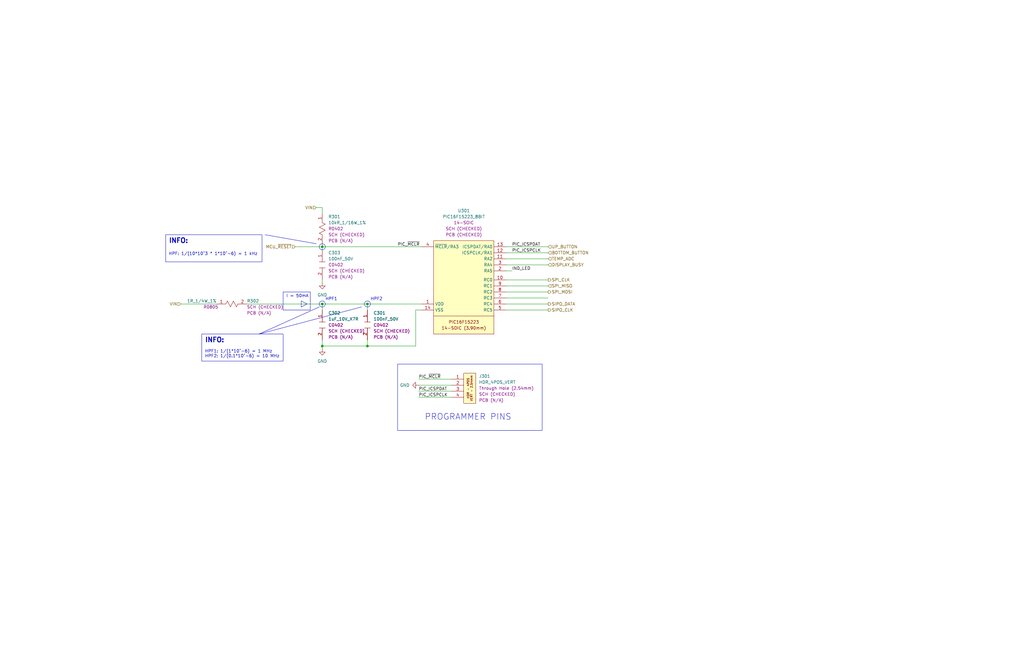
<source format=kicad_sch>
(kicad_sch (version 20230121) (generator eeschema)
  (paper "B")
  (title_block (title "_HW_EPaper") (rev "v1.0") (company "Mend0z0") (comment 1 "v1.0") (comment 2 "DRAFT"))
  (lib_symbols
    (symbol "_SCHLIB_EPen:CAP_100nF_50V_X7R_C0402"
      (property "Reference" "C" (at 2.54 3.81 0))
      (property "Value" "100nF_50V" (at 2.54 6.35 0))
      (property "Package" "C0402" (at 2.54 21.59 0))
      (property "SCH CHECK" "SCH (CHECKED)" (at 2.54 24.13 0))
      (property "PCB CHECK" "PCB (N/A)" (at 2.54 26.67 0))
      (symbol "CAP_100nF_50V_X7R_C0402_0_1"
        (polyline (pts (xy 5.08 1.27) (xy 5.08 -1.27)))
        (polyline (pts (xy 7.62 1.27) (xy 7.62 -1.27)))
      )
      (symbol "CAP_100nF_50V_X7R_C0402_1_1"
        (pin passive line (at 0 0 0) (length 5.08) (name "") (number "1"))
        (pin passive line (at 12.7 0 180) (length 5.08) (name "") (number "2"))
      )
    )
    (symbol "_SCHLIB_EPen:CAP_1uF_10V_X7R_C0402"
      (property "Reference" "C" (at 2.54 3.81 0))
      (property "Value" "1uF_10V_X7R" (at 2.54 6.35 0))
      (property "Package" "C0402" (at 2.54 21.59 0))
      (property "SCH CHECK" "SCH (CHECKED)" (at 2.54 24.13 0))
      (property "PCB CHECK" "PCB (N/A)" (at 2.54 26.67 0))
      (symbol "CAP_1uF_10V_X7R_C0402_0_1"
        (polyline (pts (xy 5.08 1.27) (xy 5.08 -1.27)))
        (polyline (pts (xy 7.62 1.27) (xy 7.62 -1.27)))
      )
      (symbol "CAP_1uF_10V_X7R_C0402_1_1"
        (pin passive line (at 0 0 0) (length 5.08) (name "") (number "1"))
        (pin passive line (at 12.7 0 180) (length 5.08) (name "") (number "2"))
      )
    )
    (symbol "_SCHLIB_EPen:CONN_HEADER_4POS_1ROW_VERT_2.54mm"
      (property "Reference" "J" (at 2.54 3.81 0))
      (property "Value" "HDR_4POS_VERT" (at 2.54 6.35 0))
      (property "Package" "Through Hole (2.54mm)" (at 2.54 21.59 0))
      (property "SCH CHECK" "SCH (CHECKED)" (at 2.54 24.13 0))
      (property "PCB CHECK" "PCB (N/A)" (at 2.54 26.67 0))
      (symbol "CONN_HEADER_4POS_1ROW_VERT_2.54mm_1_1"
        (rectangle (start 0 0) (end 5.08 -12.7) (fill (type background)))
        (text "HDR - 4POS\nVERT - 2.54mm" (at 2.54 -6.35 900) (effects (font (size 0.889 0.889))))
        (pin passive line (at -5.08 -2.54 0) (length 5.08) (name "") (number "1"))
        (pin passive line (at -5.08 -5.08 0) (length 5.08) (name "") (number "2"))
        (pin passive line (at -5.08 -7.62 0) (length 5.08) (name "") (number "3"))
        (pin passive line (at -5.08 -10.16 0) (length 5.08) (name "") (number "4"))
      )
    )
    (symbol "_SCHLIB_EPen:MCU_PIC16F15223-E/SL_8BIT_14-SOIC"
      (property "Reference" "U" (at 2.54 2.54 0))
      (property "Value" "PIC16F15223_8BIT" (at 2.54 5.08 0))
      (property "Package" "14-SOIC" (at 2.54 20.32 0))
      (property "SCH CHECK" "SCH (CHECKED)" (at 2.54 22.86 0))
      (property "PCB CHECK" "PCB (CHECKED)" (at 2.54 25.4 0))
      (symbol "MCU_PIC16F15223-E/SL_8BIT_14-SOIC_0_0"
        (text "14-SOIC (3.90mm)" (at 12.7 -36.83 0) (effects (font (size 1.27 1.27))))
        (text "PIC16F15223" (at 12.7 -34.29 0) (effects (font (size 1.27 1.27))))
      )
      (symbol "MCU_PIC16F15223-E/SL_8BIT_14-SOIC_0_1"
        (polyline (pts (xy 0 -31.75) (xy 25.4 -31.75)))
        (rectangle (start 0 0) (end 25.4 -39.37) (fill (type background)))
      )
      (symbol "MCU_PIC16F15223-E/SL_8BIT_14-SOIC_1_1"
        (pin passive line (at -5.08 -26.67 0) (length 5.08) (name "VDD") (number "1"))
        (pin passive line (at 30.48 -16.51 180) (length 5.08) (name "RC0") (number "10"))
        (pin passive line (at 30.48 -7.62 180) (length 5.08) (name "RA2") (number "11"))
        (pin passive line (at 30.48 -5.08 180) (length 5.08) (name "ICSPCLK/RA1") (number "12"))
        (pin passive line (at 30.48 -2.54 180) (length 5.08) (name "ICSPDAT/RA0") (number "13"))
        (pin passive line (at -5.08 -29.21 0) (length 5.08) (name "VSS") (number "14"))
        (pin passive line (at 30.48 -12.7 180) (length 5.08) (name "RA5") (number "2"))
        (pin passive line (at 30.48 -10.16 180) (length 5.08) (name "RA4") (number "3"))
        (pin passive line (at -5.08 -2.54 0) (length 5.08) (name "~{MCLR}/RA3") (number "4"))
        (pin passive line (at 30.48 -29.21 180) (length 5.08) (name "RC5") (number "5"))
        (pin passive line (at 30.48 -26.67 180) (length 5.08) (name "RC4") (number "6"))
        (pin passive line (at 30.48 -24.13 180) (length 5.08) (name "RC3") (number "7"))
        (pin passive line (at 30.48 -21.59 180) (length 5.08) (name "RC2") (number "8"))
        (pin passive line (at 30.48 -19.05 180) (length 5.08) (name "RC1") (number "9"))
      )
    )
    (symbol "_SCHLIB_EPen:RES_10kR_1/16W_1%_R0402"
      (property "Reference" "R" (at 2.54 3.81 0))
      (property "Value" "10kR_1/16W_1%" (at 2.54 6.35 0))
      (property "Package" "R0402" (at 2.54 21.59 0))
      (property "SCH CHECK" "SCH (CHECKED)" (at 2.54 24.13 0))
      (property "PCB CHECK" "PCB (N/A)" (at 2.54 26.67 0))
      (symbol "RES_10kR_1/16W_1%_R0402_0_1"
        (polyline (pts (xy 3.81 0) (xy 4.445 1.27) (xy 5.715 -1.27) (xy 6.985 1.27) (xy 8.255 -1.27) (xy 8.89 0)))
      )
      (symbol "RES_10kR_1/16W_1%_R0402_1_1"
        (pin passive line (at 0 0 0) (length 3.81) (name "") (number "1"))
        (pin passive line (at 12.7 0 180) (length 3.81) (name "") (number "2"))
      )
    )
    (symbol "_SCHLIB_EPen:RES_1R_1/4W_1%_R0805"
      (property "Reference" "R" (at 2.54 3.81 0))
      (property "Value" "1R_1/4W_1%" (at 2.54 6.35 0))
      (property "Package" "R0805" (at 2.54 21.59 0))
      (property "SCH CHECK" "SCH (CHECKED)" (at 2.54 24.13 0))
      (property "PCB CHECK" "PCB (N/A)" (at 2.54 26.67 0))
      (symbol "RES_1R_1/4W_1%_R0805_0_1"
        (polyline (pts (xy 3.81 0) (xy 4.445 1.27) (xy 5.715 -1.27) (xy 6.985 1.27) (xy 8.255 -1.27) (xy 8.89 0)))
      )
      (symbol "RES_1R_1/4W_1%_R0805_1_1"
        (pin passive line (at 0 0 0) (length 3.81) (name "") (number "1"))
        (pin passive line (at 12.7 0 180) (length 3.81) (name "") (number "2"))
      )
    )
    (symbol "power:GND" (power) (pin_names (offset 0))
      (property "Value" "GND" (at 0 -3.81 0))
      (symbol "GND_0_1"
        (polyline (pts (xy 0 0) (xy 0 -1.27) (xy 1.27 -1.27) (xy 0 -2.54) (xy -1.27 -1.27) (xy 0 -1.27)))
      )
      (symbol "GND_1_1"
        (pin power_in line (at 0 0 270) (length 0) hide (name "GND") (number "1"))
      )
    )
  )
  (junction (at 135.89 128.27))
  (junction (at 154.94 146.05))
  (junction (at 154.94 128.27))
  (junction (at 135.89 146.05))
  (junction (at 135.89 104.14))
  (wire (pts (xy 135.89 118.11) (xy 135.89 119.38)))
  (wire (pts (xy 154.94 128.27) (xy 154.94 130.81)))
  (wire (pts (xy 135.89 87.63) (xy 135.89 90.17)))
  (wire (pts (xy 124.46 104.14) (xy 135.89 104.14)))
  (polyline (pts (xy 130.81 123.19) (xy 130.81 130.81)))
  (wire (pts (xy 175.26 146.05) (xy 154.94 146.05)))
  (wire (pts (xy 135.89 146.05) (xy 154.94 146.05)))
  (wire (pts (xy 135.89 143.51) (xy 135.89 146.05)))
  (wire (pts (xy 135.89 102.87) (xy 135.89 104.14)))
  (wire (pts (xy 176.53 165.1) (xy 190.5 165.1)))
  (polyline (pts (xy 127 127) (xy 129.54 128.27)))
  (wire (pts (xy 231.14 123.19) (xy 213.36 123.19)))
  (polyline (pts (xy 119.38 123.19) (xy 130.81 123.19)))
  (wire (pts (xy 135.89 104.14) (xy 135.89 105.41)))
  (wire (pts (xy 190.5 160.02) (xy 176.53 160.02)))
  (wire (pts (xy 135.89 146.05) (xy 135.89 147.32)))
  (wire (pts (xy 213.36 106.68) (xy 231.14 106.68)))
  (wire (pts (xy 213.36 114.3) (xy 215.9 114.3)))
  (wire (pts (xy 104.14 128.27) (xy 135.89 128.27)))
  (wire (pts (xy 176.53 167.64) (xy 190.5 167.64)))
  (wire (pts (xy 231.14 118.11) (xy 213.36 118.11)))
  (wire (pts (xy 135.89 130.81) (xy 135.89 128.27)))
  (polyline (pts (xy 127 127) (xy 127 129.54)))
  (wire (pts (xy 213.36 111.76) (xy 231.14 111.76)))
  (wire (pts (xy 175.26 130.81) (xy 175.26 146.05)))
  (wire (pts (xy 231.14 125.73) (xy 213.36 125.73)))
  (wire (pts (xy 133.35 87.63) (xy 135.89 87.63)))
  (polyline (pts (xy 111.76 99.06) (xy 133.35 102.87)))
  (wire (pts (xy 135.89 128.27) (xy 154.94 128.27)))
  (wire (pts (xy 231.14 130.81) (xy 213.36 130.81)))
  (polyline (pts (xy 109.22 140.97) (xy 152.4 129.54)))
  (wire (pts (xy 213.36 120.65) (xy 231.14 120.65)))
  (wire (pts (xy 231.14 109.22) (xy 213.36 109.22)))
  (polyline (pts (xy 119.38 123.19) (xy 119.38 130.81)))
  (wire (pts (xy 76.2 128.27) (xy 91.44 128.27)))
  (wire (pts (xy 177.8 130.81) (xy 175.26 130.81)))
  (wire (pts (xy 177.8 104.14) (xy 135.89 104.14)))
  (polyline (pts (xy 109.22 140.97) (xy 134.62 129.54)))
  (wire (pts (xy 176.53 162.56) (xy 190.5 162.56)))
  (polyline (pts (xy 127 129.54) (xy 129.54 128.27)))
  (wire (pts (xy 177.8 128.27) (xy 154.94 128.27)))
  (wire (pts (xy 231.14 128.27) (xy 213.36 128.27)))
  (polyline (pts (xy 130.81 130.81) (xy 119.38 130.81)))
  (wire (pts (xy 154.94 146.05) (xy 154.94 143.51)))
  (wire (pts (xy 213.36 104.14) (xy 231.14 104.14)))
  (rectangle (start 69.85 99.06) (end 110.49 110.49))
  (circle (center 135.89 128.27) (radius 1.27))
  (rectangle (start 85.09 140.97) (end 119.38 152.4))
  (circle (center 154.94 128.27) (radius 1.27))
  (circle (center 135.89 104.14) (radius 1.27))
  (rectangle (start 167.64 153.67) (end 228.6 181.61))
  (text "HPF1" (at 137.16 127 0) (effects (font (size 1.27 1.27)) (justify left bottom)))
  (text "INFO:" (at 86.36 144.78 0) (effects (font (size 2 2) (thickness 0.4) bold) (justify left bottom)))
  (text "HPF: 1/(10*10^3 * 1*10^-6) = 1 kHz" (at 71.12 107.95 0) (effects (font (size 1.27 1.27)) (justify left bottom)))
  (text "I = 50mA" (at 120.65 125.73 0) (effects (font (size 1.27 1.27)) (justify left bottom)))
  (text "INFO:" (at 71.12 102.87 0) (effects (font (size 2 2) (thickness 0.4) bold) (justify left bottom)))
  (text "HPF1: 1/(1*10^-6) = 1 MHz\nHPF2: 1/(0.1*10^-6) = 10 MHz" (at 86.36 151.13 0) (effects (font (size 1.27 1.27)) (justify left bottom)))
  (text "HPF2" (at 156.21 127 0) (effects (font (size 1.27 1.27)) (justify left bottom)))
  (text "PROGRAMMER PINS\n\n" (at 179.07 181.61 0) (effects (font (size 2.54 2.54)) (justify left bottom)))
  (label "PIC_ICSPDAT" (at 176.53 165.1 0))
  (label "IND_LED" (at 215.9 114.3 0))
  (label "PIC_ICSPCLK" (at 176.53 167.64 0))
  (label "PIC_~{MCLR}" (at 176.53 160.02 0))
  (label "PIC_ICSPDAT" (at 215.9 104.14 0))
  (label "PIC_~{MCLR}" (at 167.64 104.14 0))
  (label "PIC_ICSPCLK" (at 215.9 106.68 0))
  (hierarchical_label "SPI_CLK" (shape output) (at 231.14 118.11 0))
  (hierarchical_label "SIPO_CLK" (shape output) (at 231.14 130.81 0))
  (hierarchical_label "UP_BUTTON" (shape input) (at 231.14 104.14 0))
  (hierarchical_label "TEMP_ADC" (shape input) (at 231.14 109.22 0))
  (hierarchical_label "SPI_MISO" (shape input) (at 231.14 120.65 0))
  (hierarchical_label "BOTTOM_BUTTON" (shape input) (at 231.14 106.68 0))
  (hierarchical_label "MCU_~{RESET}" (shape input) (at 124.46 104.14 180))
  (hierarchical_label "DISPLAY_BUSY" (shape input) (at 231.14 111.76 0))
  (hierarchical_label "SIPO_DATA" (shape output) (at 231.14 128.27 0))
  (hierarchical_label "SPI_MOSI" (shape output) (at 231.14 123.19 0))
  (hierarchical_label "VIN" (shape input) (at 76.2 128.27 180))
  (hierarchical_label "VIN" (shape input) (at 133.35 87.63 180))
  (symbol (lib_id "_SCHLIB_EPen:MCU_PIC16F15223-E/SL_8BIT_14-SOIC") (at 182.88 101.6 0) (unit 1)
    (property "Reference" "U301" (at 195.58 88.9 0))
    (property "Value" "PIC16F15223_8BIT" (at 195.58 91.44 0))
    (property "Footprint" "Package_SO:SO-14_3.9x8.65mm_P1.27mm" (effects hide))
    (property "Datasheet" "https://ww1.microchip.com/downloads/en/DeviceDoc/PIC16F15213-14-23-24-43-44-Data-Sheet-40002195D.pdf" (effects hide))
    (property "Description" "PIC PIC® 16F, Functional Safety (FuSa) Microcontroller IC 8-Bit 32MHz 3.5KB (2K x 14) FLASH 14-SOIC" (effects hide))
    (property "Part Number" "PIC16F15223-E/SL" (effects hide))
    (property "Link" "https://www.digikey.ca/en/products/detail/microchip-technology/PIC16F15223-E-SL/12807315" (effects hide))
    (property "Package" "14-SOIC" (at 195.58 93.98 0))
    (property "SCH CHECK" "SCH (CHECKED)" (at 195.58 96.52 0))
    (property "PCB CHECK" "PCB (CHECKED)" (at 195.58 99.06 0))
  )
  (symbol (lib_id "_SCHLIB_EPen:CAP_1uF_10V_X7R_C0402") (at 135.89 130.81 270) (unit 1)
    (property "Reference" "C302" (at 138.43 132.08 90) (effects (justify left)))
    (property "Value" "1uF_10V_X7R" (at 138.43 134.62 90) (effects (justify left)))
    (property "Footprint" "Capacitor_SMD:C_0402_1005Metric" (effects hide))
    (property "Datasheet" "https://search.murata.co.jp/Ceramy/image/img/A01X/G101/ENG/GRM155Z71A105KE01-01.pdf" (effects hide))
    (property "Description" "1 µF ±10% 10V Ceramic Capacitor X7R 0402 (1005 Metric)" (effects hide))
    (property "Part Number" "GRM155Z71A105KE01D" (effects hide))
    (property "Link" "https://www.digikey.ca/en/products/detail/murata-electronics/GRM155Z71A105KE01D/13905035" (effects hide))
    (property "Package" "C0402" (at 138.43 137.16 90) (effects (justify left)))
    (property "SCH CHECK" "SCH (CHECKED)" (at 138.43 139.7 90) (effects (justify left)))
    (property "PCB CHECK" "PCB (N/A)" (at 138.43 142.24 90) (effects (justify left)))
  )
  (symbol (lib_id "_SCHLIB_EPen:CAP_100nF_50V_X7R_C0402") (at 154.94 130.81 270) (unit 1)
    (property "Reference" "C301" (at 157.48 132.08 90) (effects (justify left)))
    (property "Value" "100nF_50V" (at 157.48 134.62 90) (effects (justify left)))
    (property "Footprint" "Capacitor_SMD:C_0402_1005Metric" (effects hide))
    (property "Datasheet" "https://search.murata.co.jp/Ceramy/image/img/A01X/G101/ENG/GRM155R71H104KE14-01.pdf" (effects hide))
    (property "Description" "0.1 µF ±10% 50V Ceramic Capacitor X7R 0402 (1005 Metric)" (effects hide))
    (property "Part Number" "GRM155R71H104KE14J" (effects hide))
    (property "Link" "https://www.digikey.ca/en/products/detail/murata-electronics/GRM155R71H104KE14J/4905180" (effects hide))
    (property "Package" "C0402" (at 157.48 137.16 90) (effects (justify left)))
    (property "SCH CHECK" "SCH (CHECKED)" (at 157.48 139.7 90) (effects (justify left)))
    (property "PCB CHECK" "PCB (N/A)" (at 157.48 142.24 90) (effects (justify left)))
    (instances (project "[03] - MCU" (path "" (reference "C301") (unit 1))) (project "_HW_EPen" (path "" (reference "C301") (unit 1))) (project "_HW_EPaper" (path "" (reference "C303") (unit 1))))
  )
  (symbol (lib_id "_SCHLIB_EPen:RES_1R_1/4W_1%_R0805") (at 91.44 128.27 0) (unit 1)
    (property "Reference" "R302" (at 106.68 127 0))
    (property "Value" "1R_1/4W_1%" (at 85.09 127 0))
    (property "Footprint" "Resistor_SMD:R_0805_2012Metric" (effects hide))
    (property "Datasheet" "https://www.seielect.com/catalog/sei-rncp.pdf" (effects hide))
    (property "Description" "1 Ohms ±1% 0.25W, 1/4W Chip Resistor 0805 (2012 Metric) Anti-Sulfur Thin Film" (effects hide))
    (property "Part Number" "RNCP0805FTD1R00" (effects hide))
    (property "Link" "https://www.digikey.ca/en/products/detail/stackpole-electronics-inc/RNCP0805FTD1R00/2240195" (effects hide))
    (property "Package" "R0805" (at 88.9 129.54 0))
    (property "SCH CHECK" "SCH (CHECKED)" (at 111.76 129.54 0))
    (property "PCB CHECK" "PCB (N/A)" (at 109.22 132.08 0))
    (instances (project "[03] - MCU" (path "" (reference "R302") (unit 1))) (project "_HW_EPen" (path "" (reference "R302") (unit 1))) (project "_HW_EPaper" (path "" (reference "R304") (unit 1))))
  )
  (symbol (lib_id "power:GND") (at 176.53 162.56 270) (unit 1)
    (property "Reference" "#PWR0304" (effects hide))
    (property "Value" "GND" (at 172.72 162.56 90) (effects (justify right)))
  )
  (symbol (lib_id "_SCHLIB_EPen:CONN_HEADER_4POS_1ROW_VERT_2.54mm") (at 195.58 157.48 0) (unit 1)
    (property "Reference" "J301" (at 201.93 158.75 0) (effects (justify left)))
    (property "Value" "HDR_4POS_VERT" (at 201.93 161.29 0) (effects (justify left)))
    (property "Footprint" "Connector_PinHeader_2.54mm:PinHeader_1x04_P2.54mm_Vertical" (effects hide))
    (property "Datasheet" "https://app.adam-tech.com/products/download/data_sheet/201605/ph1-xx-ua-data-sheet.pdf" (effects hide))
    (property "Description" "Connector Header Through Hole 4 position 0.100\" (2.54mm)" (effects hide))
    (property "Part Number" "PH1-04-UA" (effects hide))
    (property "Link" "https://www.digikey.ca/en/products/detail/adam-tech/PH1-04-UA/9829296" (effects hide))
    (property "Package" "Through Hole (2.54mm)" (at 201.93 163.83 0) (effects (justify left)))
    (property "SCH CHECK" "SCH (CHECKED)" (at 201.93 166.37 0) (effects (justify left)))
    (property "PCB CHECK" "PCB (N/A)" (at 201.93 168.91 0) (effects (justify left)))
  )
  (symbol (lib_id "power:GND") (at 135.89 119.38 0) (unit 1)
    (property "Reference" "#PWR0301" (effects hide))
    (property "Value" "GND" (at 135.89 124.46 0))
  )
  (symbol (lib_id "_SCHLIB_EPen:CAP_100nF_50V_X7R_C0402") (at 135.89 105.41 270) (unit 1)
    (property "Reference" "C303" (at 138.43 106.68 90) (effects (justify left)))
    (property "Value" "100nF_50V" (at 138.43 109.22 90) (effects (justify left)))
    (property "Footprint" "Capacitor_SMD:C_0402_1005Metric" (effects hide))
    (property "Datasheet" "https://search.murata.co.jp/Ceramy/image/img/A01X/G101/ENG/GRM155R71H104KE14-01.pdf" (effects hide))
    (property "Description" "0.1 µF ±10% 50V Ceramic Capacitor X7R 0402 (1005 Metric)" (effects hide))
    (property "Part Number" "GRM155R71H104KE14J" (effects hide))
    (property "Link" "https://www.digikey.ca/en/products/detail/murata-electronics/GRM155R71H104KE14J/4905180" (effects hide))
    (property "Package" "C0402" (at 138.43 111.76 90) (effects (justify left)))
    (property "SCH CHECK" "SCH (CHECKED)" (at 138.43 114.3 90) (effects (justify left)))
    (property "PCB CHECK" "PCB (N/A)" (at 138.43 116.84 90) (effects (justify left)))
    (instances (project "[03] - MCU" (path "" (reference "C303") (unit 1))) (project "_HW_EPen" (path "" (reference "C303") (unit 1))) (project "_HW_EPaper" (path "" (reference "C301") (unit 1))))
  )
  (symbol (lib_id "power:GND") (at 135.89 147.32 0) (unit 1)
    (property "Reference" "#PWR0302" (effects hide))
    (property "Value" "GND" (at 135.89 152.4 0))
  )
  (symbol (lib_id "_SCHLIB_EPen:RES_10kR_1/16W_1%_R0402") (at 135.89 90.17 270) (unit 1)
    (property "Reference" "R301" (at 138.43 91.44 90) (effects (justify left)))
    (property "Value" "10kR_1/16W_1%" (at 138.43 93.98 90) (effects (justify left)))
    (property "Footprint" "Resistor_SMD:R_0402_1005Metric" (effects hide))
    (property "Datasheet" "https://www.bourns.com/docs/product-datasheets/cr.pdf?sfvrsn=574d41f6_14" (effects hide))
    (property "Description" "10 kOhms ±1% 0.063W, 1/16W Chip Resistor 0402 (1005 Metric) Thick Film" (effects hide))
    (property "Part Number" "CR0402-FX-1002GLF" (effects hide))
    (property "Link" "https://www.digikey.ca/en/products/detail/bourns-inc/CR0402-FX-1002GLF/3593192" (effects hide))
    (property "Package" "R0402" (at 138.43 96.52 90) (effects (justify left)))
    (property "SCH CHECK" "SCH (CHECKED)" (at 138.43 99.06 90) (effects (justify left)))
    (property "PCB CHECK" "PCB (N/A)" (at 138.43 101.6 90) (effects (justify left)))
  )
)
</source>
